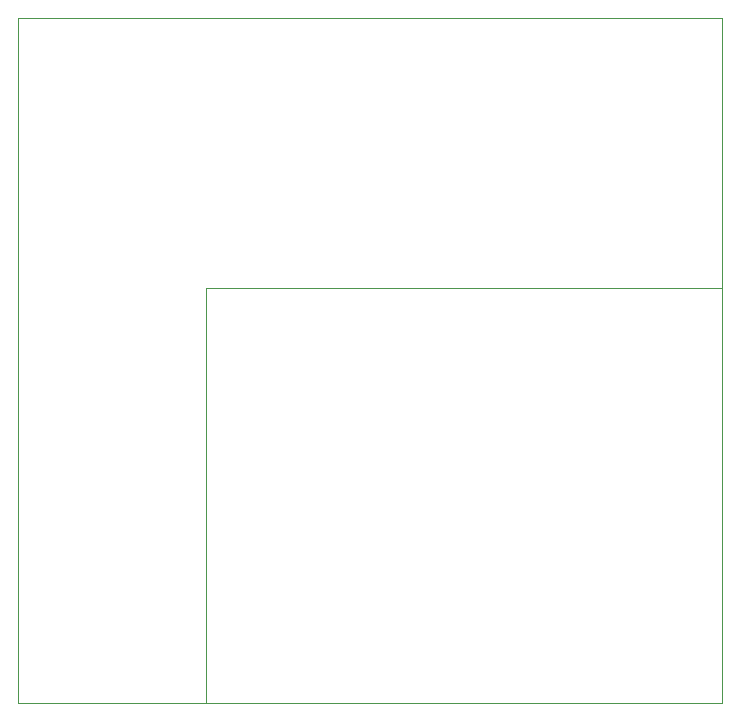
<source format=gbr>
%TF.GenerationSoftware,KiCad,Pcbnew,7.0.9*%
%TF.CreationDate,2024-08-02T01:25:27-05:00*%
%TF.ProjectId,Piggyback MEM0-7,50696767-7962-4616-936b-204d454d302d,rev?*%
%TF.SameCoordinates,Original*%
%TF.FileFunction,Profile,NP*%
%FSLAX46Y46*%
G04 Gerber Fmt 4.6, Leading zero omitted, Abs format (unit mm)*
G04 Created by KiCad (PCBNEW 7.0.9) date 2024-08-02 01:25:27*
%MOMM*%
%LPD*%
G01*
G04 APERTURE LIST*
%TA.AperFunction,Profile*%
%ADD10C,0.100000*%
%TD*%
G04 APERTURE END LIST*
D10*
X50038000Y-55499000D02*
X93726000Y-55499000D01*
X93726000Y-90678000D01*
X50038000Y-90678000D01*
X50038000Y-55499000D01*
X34163000Y-32639000D02*
X93726000Y-32639000D01*
X93726000Y-90678000D01*
X34163000Y-90678000D01*
X34163000Y-32639000D01*
M02*

</source>
